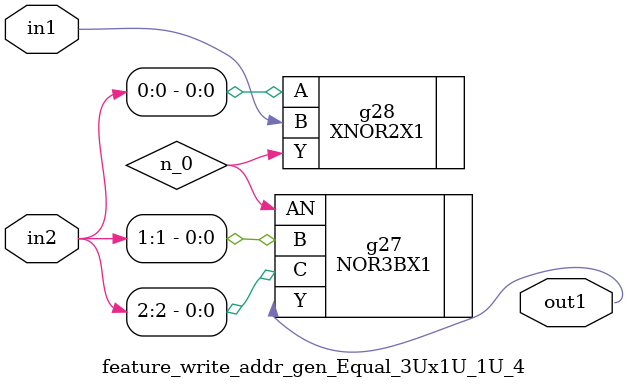
<source format=v>
`timescale 1ps / 1ps


module feature_write_addr_gen_Equal_3Ux1U_1U_4(in2, in1, out1);
  input [2:0] in2;
  input in1;
  output out1;
  wire [2:0] in2;
  wire in1;
  wire out1;
  wire n_0;
  NOR3BX1 g27(.AN (n_0), .B (in2[1]), .C (in2[2]), .Y (out1));
  XNOR2X1 g28(.A (in2[0]), .B (in1), .Y (n_0));
endmodule



</source>
